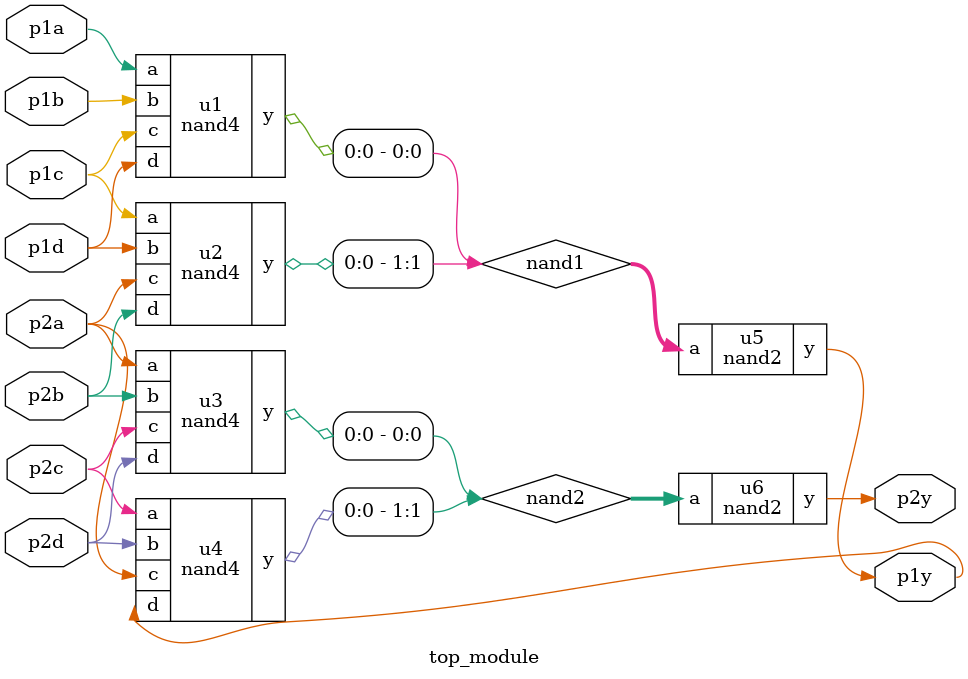
<source format=sv>
module nand4 (input a, input b, input c, input d, output y);
  assign y = ~(a & b & c & d);
endmodule
module nand2 (input [3:0] a, output y);
  assign y = ~(a[0] & a[1] & a[2] & a[3]);
endmodule
module top_module(
  input p1a, 
  input p1b, 
  input p1c, 
  input p1d, 
  output p1y, 
  input p2a, 
  input p2b, 
  input p2c, 
  input p2d, 
  output p2y
);

  wire [3:0] nand1;
  wire [3:0] nand2;

  nand4 u1 (
    .a(p1a),
    .b(p1b),
    .c(p1c),
    .d(p1d),
    .y(nand1[0])
  );

  nand4 u2 (
    .a(p1c),
    .b(p1d),
    .c(p2a),
    .d(p2b),
    .y(nand1[1])
  );

  nand4 u3 (
    .a(p2a),
    .b(p2b),
    .c(p2c),
    .d(p2d),
    .y(nand2[0])
  );

  nand4 u4 (
    .a(p2c),
    .b(p2d),
    .c(p2a),
    .d(p1y),
    .y(nand2[1])
  );

  nand2 u5 (
    .a(nand1),
    .y(p1y)
  );

  nand2 u6 (
    .a(nand2),
    .y(p2y)
  );

endmodule

</source>
